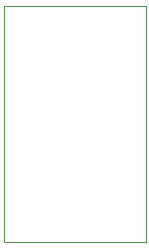
<source format=gbr>
%TF.GenerationSoftware,KiCad,Pcbnew,5.1.9-73d0e3b20d~88~ubuntu20.04.1*%
%TF.CreationDate,2022-04-15T22:34:28-04:00*%
%TF.ProjectId,ring,72696e67-2e6b-4696-9361-645f70636258,rev?*%
%TF.SameCoordinates,Original*%
%TF.FileFunction,Profile,NP*%
%FSLAX46Y46*%
G04 Gerber Fmt 4.6, Leading zero omitted, Abs format (unit mm)*
G04 Created by KiCad (PCBNEW 5.1.9-73d0e3b20d~88~ubuntu20.04.1) date 2022-04-15 22:34:28*
%MOMM*%
%LPD*%
G01*
G04 APERTURE LIST*
%TA.AperFunction,Profile*%
%ADD10C,0.050000*%
%TD*%
G04 APERTURE END LIST*
D10*
X69000000Y-39000000D02*
X69000000Y-19000000D01*
X81000000Y-39000000D02*
X69000000Y-39000000D01*
X81000000Y-19000000D02*
X81000000Y-39000000D01*
X69000000Y-19000000D02*
X81000000Y-19000000D01*
M02*

</source>
